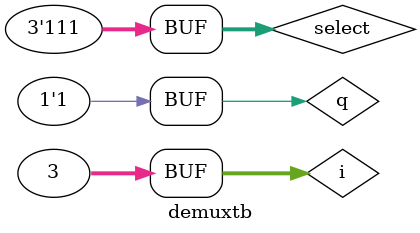
<source format=v>
module demuxtb;

wire [7:0] d;
reg[2:0] select;
reg    q;

integer  i;



initial begin
   #1 $monitor("d = %b", d, "  |  select = ", select, "  |  q = ", q );

   for( i = 0; i <= 2; i = i + 1)
   begin
     q=1;
      select = 0;  #1;
      select = 1;  #1;
      select = 2;  #1;
      select = 3;  #1;
	  select = 4;  #1;
	  select = 5;  #1;
	  select = 6;  #1;
	  select = 7;  #1;
      $display("-----------------------------------------");
    end
end

demuxif mydemux( select, q,d );
endmodule
</source>
